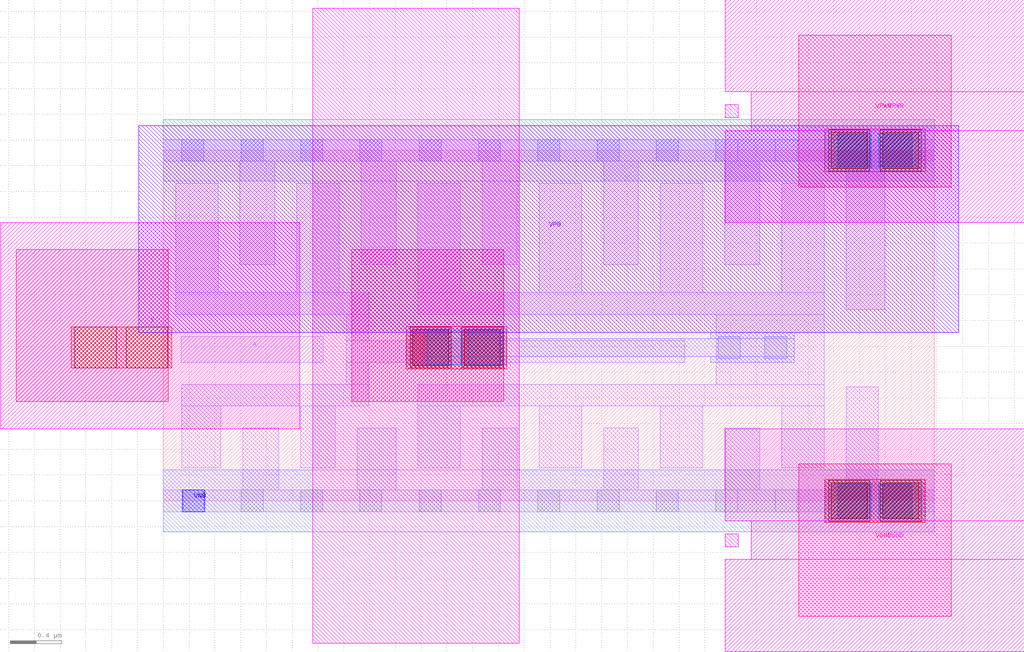
<source format=lef>
# Copyright 2020 The SkyWater PDK Authors
#
# Licensed under the Apache License, Version 2.0 (the "License");
# you may not use this file except in compliance with the License.
# You may obtain a copy of the License at
#
#     https://www.apache.org/licenses/LICENSE-2.0
#
# Unless required by applicable law or agreed to in writing, software
# distributed under the License is distributed on an "AS IS" BASIS,
# WITHOUT WARRANTIES OR CONDITIONS OF ANY KIND, either express or implied.
# See the License for the specific language governing permissions and
# limitations under the License.
#
# SPDX-License-Identifier: Apache-2.0

VERSION 5.7 ;
  NOWIREEXTENSIONATPIN ON ;
  DIVIDERCHAR "/" ;
  BUSBITCHARS "[]" ;
PROPERTYDEFINITIONS
  MACRO maskLayoutSubType STRING ;
  MACRO prCellType STRING ;
  MACRO originalViewName STRING ;
END PROPERTYDEFINITIONS
MACRO sky130_fd_sc_hdll__probec_p_8
  CLASS CORE ;
  FOREIGN sky130_fd_sc_hdll__probec_p_8 ;
  ORIGIN  0.000000  0.000000 ;
  SIZE  5.980000 BY  2.720000 ;
  SYMMETRY X Y R90 ;
  SITE unithd ;
  PIN A
    ANTENNAGATEAREA  0.832500 ;
    DIRECTION INPUT ;
    USE SIGNAL ;
    PORT
      LAYER li1 ;
        RECT 0.140000 1.075000 1.240000 1.275000 ;
    END
  END A
  PIN X
    DIRECTION OUTPUT ;
    USE SIGNAL ;
    PORT
      LAYER met5 ;
        RECT -1.260000 0.560000 1.060000 2.160000 ;
    END
  END X
  PIN VGND
    DIRECTION INPUT ;
    USE GROUND ;
    PORT
      LAYER met4 ;
        RECT 4.930000 -0.895000 6.110000 0.285000 ;
    END
    PORT
      LAYER met5 ;
        RECT 4.360000 -1.170000 6.675000 -0.455000 ;
        RECT 4.360000 -0.155000 6.675000  0.560000 ;
        RECT 4.560000 -0.455000 6.675000 -0.155000 ;
    END
  END VGND
  PIN VNB
    DIRECTION INOUT ;
    USE GROUND ;
    PORT
      LAYER pwell ;
        RECT 0.150000 -0.085000 0.320000 0.085000 ;
    END
  END VNB
  PIN VPB
    DIRECTION INOUT ;
    USE POWER ;
    PORT
      LAYER nwell ;
        RECT -0.190000 1.305000 6.170000 2.910000 ;
    END
  END VPB
  PIN VPWR
    DIRECTION INPUT ;
    USE POWER ;
    PORT
      LAYER met4 ;
        RECT 4.930000 2.435000 6.110000 3.615000 ;
    END
    PORT
      LAYER met5 ;
        RECT 4.360000 2.160000 6.675000 2.875000 ;
        RECT 4.360000 3.175000 6.675000 3.890000 ;
        RECT 4.560000 2.875000 6.675000 3.175000 ;
    END
  END VPWR
  OBS
    LAYER li1 ;
      RECT 0.000000 -0.085000 5.980000 0.085000 ;
      RECT 0.000000  2.635000 5.980000 2.805000 ;
      RECT 0.095000  1.445000 1.595000 1.615000 ;
      RECT 0.095000  1.615000 0.425000 2.465000 ;
      RECT 0.145000  0.255000 0.445000 0.735000 ;
      RECT 0.145000  0.735000 1.595000 0.905000 ;
      RECT 0.595000  1.835000 0.865000 2.635000 ;
      RECT 0.615000  0.085000 0.895000 0.565000 ;
      RECT 1.035000  1.615000 1.365000 2.465000 ;
      RECT 1.065000  0.255000 1.335000 0.735000 ;
      RECT 1.420000  0.905000 1.595000 1.075000 ;
      RECT 1.420000  1.075000 4.045000 1.245000 ;
      RECT 1.420000  1.245000 1.595000 1.445000 ;
      RECT 1.505000  0.085000 1.805000 0.565000 ;
      RECT 1.535000  1.835000 1.805000 2.635000 ;
      RECT 1.975000  0.255000 2.305000 0.735000 ;
      RECT 1.975000  0.735000 5.125000 0.905000 ;
      RECT 1.975000  1.445000 5.125000 1.615000 ;
      RECT 1.975000  1.615000 2.305000 2.465000 ;
      RECT 2.475000  0.085000 2.745000 0.565000 ;
      RECT 2.475000  1.835000 2.745000 2.635000 ;
      RECT 2.915000  0.255000 3.245000 0.735000 ;
      RECT 2.915000  1.615000 3.245000 2.465000 ;
      RECT 3.415000  0.085000 3.685000 0.565000 ;
      RECT 3.415000  1.835000 3.685000 2.635000 ;
      RECT 3.855000  0.255000 4.185000 0.735000 ;
      RECT 3.855000  1.615000 4.185000 2.465000 ;
      RECT 4.290000  0.905000 5.125000 1.445000 ;
      RECT 4.355000  0.085000 4.625000 0.565000 ;
      RECT 4.355000  1.835000 4.625000 2.635000 ;
      RECT 4.795000  0.255000 5.125000 0.735000 ;
      RECT 4.795000  1.615000 5.125000 2.465000 ;
      RECT 5.295000  0.085000 5.545000 0.885000 ;
      RECT 5.295000  1.485000 5.595000 2.635000 ;
    LAYER mcon ;
      RECT 0.145000 -0.085000 0.315000 0.085000 ;
      RECT 0.145000  2.635000 0.315000 2.805000 ;
      RECT 0.605000 -0.085000 0.775000 0.085000 ;
      RECT 0.605000  2.635000 0.775000 2.805000 ;
      RECT 1.065000 -0.085000 1.235000 0.085000 ;
      RECT 1.065000  2.635000 1.235000 2.805000 ;
      RECT 1.525000 -0.085000 1.695000 0.085000 ;
      RECT 1.525000  2.635000 1.695000 2.805000 ;
      RECT 1.985000 -0.085000 2.155000 0.085000 ;
      RECT 1.985000  2.635000 2.155000 2.805000 ;
      RECT 2.445000 -0.085000 2.615000 0.085000 ;
      RECT 2.445000  2.635000 2.615000 2.805000 ;
      RECT 2.905000 -0.085000 3.075000 0.085000 ;
      RECT 2.905000  2.635000 3.075000 2.805000 ;
      RECT 3.365000 -0.085000 3.535000 0.085000 ;
      RECT 3.365000  2.635000 3.535000 2.805000 ;
      RECT 3.825000 -0.085000 3.995000 0.085000 ;
      RECT 3.825000  2.635000 3.995000 2.805000 ;
      RECT 4.285000 -0.085000 4.455000 0.085000 ;
      RECT 4.285000  2.635000 4.455000 2.805000 ;
      RECT 4.305000  1.105000 4.475000 1.275000 ;
      RECT 4.665000  1.105000 4.835000 1.275000 ;
      RECT 4.745000 -0.085000 4.915000 0.085000 ;
      RECT 4.745000  2.635000 4.915000 2.805000 ;
      RECT 5.205000 -0.085000 5.375000 0.085000 ;
      RECT 5.205000  2.635000 5.375000 2.805000 ;
      RECT 5.665000 -0.085000 5.835000 0.085000 ;
      RECT 5.665000  2.635000 5.835000 2.805000 ;
    LAYER met1 ;
      RECT 0.000000 -0.240000 5.980000 0.240000 ;
      RECT 0.000000  2.480000 5.980000 2.960000 ;
      RECT 2.020000  1.060000 2.660000 1.120000 ;
      RECT 2.020000  1.120000 4.895000 1.260000 ;
      RECT 2.020000  1.260000 2.660000 1.320000 ;
      RECT 4.245000  1.075000 4.895000 1.120000 ;
      RECT 4.245000  1.260000 4.895000 1.305000 ;
    LAYER met2 ;
      RECT 1.890000  1.050000 2.660000 1.330000 ;
      RECT 5.135000 -0.140000 5.905000 0.140000 ;
      RECT 5.135000  2.580000 5.905000 2.860000 ;
    LAYER met3 ;
      RECT -0.715000  1.030000 0.065000 1.350000 ;
      RECT  1.885000  1.025000 2.665000 1.355000 ;
      RECT  5.130000 -0.165000 5.910000 0.165000 ;
      RECT  5.130000  2.555000 5.910000 2.885000 ;
    LAYER met4 ;
      RECT -1.140000 0.770000 0.040000 1.950000 ;
      RECT  1.460000 0.770000 2.640000 1.950000 ;
    LAYER met5 ;
      RECT 1.160000 -1.105000 2.760000  3.825000 ;
      RECT 4.360000 -0.355000 4.460000 -0.255000 ;
      RECT 4.360000  2.975000 4.460000  3.075000 ;
    LAYER via ;
      RECT 2.050000  1.060000 2.310000 1.320000 ;
      RECT 2.370000  1.060000 2.630000 1.320000 ;
      RECT 5.230000 -0.130000 5.490000 0.130000 ;
      RECT 5.230000  2.590000 5.490000 2.850000 ;
      RECT 5.550000 -0.130000 5.810000 0.130000 ;
      RECT 5.550000  2.590000 5.810000 2.850000 ;
    LAYER via2 ;
      RECT 1.935000  1.050000 2.215000 1.330000 ;
      RECT 2.335000  1.050000 2.615000 1.330000 ;
      RECT 5.180000 -0.140000 5.460000 0.140000 ;
      RECT 5.180000  2.580000 5.460000 2.860000 ;
      RECT 5.580000 -0.140000 5.860000 0.140000 ;
      RECT 5.580000  2.580000 5.860000 2.860000 ;
    LAYER via3 ;
      RECT -0.685000  1.030000 -0.365000 1.350000 ;
      RECT -0.285000  1.030000  0.035000 1.350000 ;
      RECT  1.915000  1.030000  2.235000 1.350000 ;
      RECT  2.315000  1.030000  2.635000 1.350000 ;
      RECT  5.160000 -0.160000  5.480000 0.160000 ;
      RECT  5.160000  2.560000  5.480000 2.880000 ;
      RECT  5.560000 -0.160000  5.880000 0.160000 ;
      RECT  5.560000  2.560000  5.880000 2.880000 ;
  END
  PROPERTY maskLayoutSubType "abstract" ;
  PROPERTY prCellType "standard" ;
  PROPERTY originalViewName "layout" ;
END sky130_fd_sc_hdll__probec_p_8
END LIBRARY

</source>
